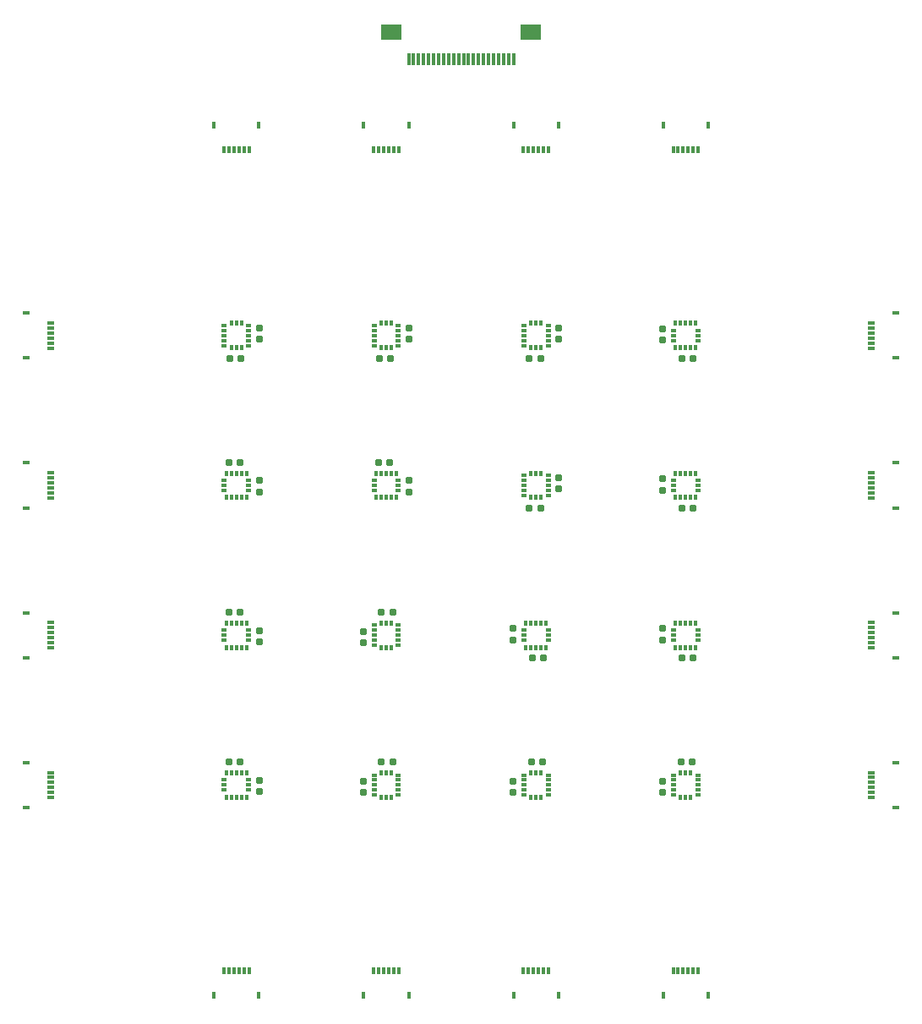
<source format=gbr>
%TF.GenerationSoftware,KiCad,Pcbnew,8.0.1-unknown-202403172319~81f55dfc9c~ubuntu22.04.1*%
%TF.CreationDate,2024-03-25T12:13:27+00:00*%
%TF.ProjectId,LIS3DH_array,4c495333-4448-45f6-9172-7261792e6b69,rev?*%
%TF.SameCoordinates,Original*%
%TF.FileFunction,Soldermask,Top*%
%TF.FilePolarity,Negative*%
%FSLAX46Y46*%
G04 Gerber Fmt 4.6, Leading zero omitted, Abs format (unit mm)*
G04 Created by KiCad (PCBNEW 8.0.1-unknown-202403172319~81f55dfc9c~ubuntu22.04.1) date 2024-03-25 12:13:27*
%MOMM*%
%LPD*%
G01*
G04 APERTURE LIST*
G04 Aperture macros list*
%AMRoundRect*
0 Rectangle with rounded corners*
0 $1 Rounding radius*
0 $2 $3 $4 $5 $6 $7 $8 $9 X,Y pos of 4 corners*
0 Add a 4 corners polygon primitive as box body*
4,1,4,$2,$3,$4,$5,$6,$7,$8,$9,$2,$3,0*
0 Add four circle primitives for the rounded corners*
1,1,$1+$1,$2,$3*
1,1,$1+$1,$4,$5*
1,1,$1+$1,$6,$7*
1,1,$1+$1,$8,$9*
0 Add four rect primitives between the rounded corners*
20,1,$1+$1,$2,$3,$4,$5,0*
20,1,$1+$1,$4,$5,$6,$7,0*
20,1,$1+$1,$6,$7,$8,$9,0*
20,1,$1+$1,$8,$9,$2,$3,0*%
G04 Aperture macros list end*
%ADD10RoundRect,0.087500X0.187500X0.087500X-0.187500X0.087500X-0.187500X-0.087500X0.187500X-0.087500X0*%
%ADD11RoundRect,0.087500X0.087500X0.187500X-0.087500X0.187500X-0.087500X-0.187500X0.087500X-0.187500X0*%
%ADD12R,0.800000X0.300000*%
%ADD13R,0.800000X0.400000*%
%ADD14RoundRect,0.155000X-0.155000X0.212500X-0.155000X-0.212500X0.155000X-0.212500X0.155000X0.212500X0*%
%ADD15RoundRect,0.155000X0.212500X0.155000X-0.212500X0.155000X-0.212500X-0.155000X0.212500X-0.155000X0*%
%ADD16R,0.300000X0.800000*%
%ADD17R,0.400000X0.800000*%
%ADD18RoundRect,0.087500X-0.187500X-0.087500X0.187500X-0.087500X0.187500X0.087500X-0.187500X0.087500X0*%
%ADD19RoundRect,0.087500X-0.087500X-0.187500X0.087500X-0.187500X0.087500X0.187500X-0.087500X0.187500X0*%
%ADD20RoundRect,0.087500X-0.087500X0.187500X-0.087500X-0.187500X0.087500X-0.187500X0.087500X0.187500X0*%
%ADD21RoundRect,0.087500X-0.187500X0.087500X-0.187500X-0.087500X0.187500X-0.087500X0.187500X0.087500X0*%
%ADD22RoundRect,0.087500X0.087500X-0.187500X0.087500X0.187500X-0.087500X0.187500X-0.087500X-0.187500X0*%
%ADD23RoundRect,0.087500X0.187500X-0.087500X0.187500X0.087500X-0.187500X0.087500X-0.187500X-0.087500X0*%
%ADD24RoundRect,0.155000X0.155000X-0.212500X0.155000X0.212500X-0.155000X0.212500X-0.155000X-0.212500X0*%
%ADD25RoundRect,0.155000X-0.212500X-0.155000X0.212500X-0.155000X0.212500X0.155000X-0.212500X0.155000X0*%
%ADD26R,0.300000X1.300000*%
%ADD27R,2.000000X1.600000*%
G04 APERTURE END LIST*
D10*
%TO.C,U7*%
X131225000Y-96000000D03*
X131225000Y-95500000D03*
X131225000Y-95000000D03*
X131225000Y-94500000D03*
X131225000Y-94000000D03*
D11*
X130500000Y-93775000D03*
X130000000Y-93775000D03*
X129500000Y-93775000D03*
D10*
X128775000Y-94000000D03*
X128775000Y-94500000D03*
X128775000Y-95000000D03*
X128775000Y-95500000D03*
X128775000Y-96000000D03*
D11*
X129500000Y-96225000D03*
X130000000Y-96225000D03*
X130500000Y-96225000D03*
%TD*%
D12*
%TO.C,FPC12*%
X163590000Y-111250000D03*
X163590000Y-110750000D03*
X163590000Y-110250000D03*
X163590000Y-109750000D03*
X163590000Y-109250000D03*
X163590000Y-108750000D03*
D13*
X166090000Y-107750000D03*
X166090000Y-112250000D03*
%TD*%
D14*
%TO.C,C22*%
X127700000Y-109332501D03*
X127700000Y-110467501D03*
%TD*%
%TO.C,C29*%
X127700000Y-124632500D03*
X127700000Y-125767500D03*
%TD*%
D15*
%TO.C,C20*%
X115667499Y-107700000D03*
X114532499Y-107700000D03*
%TD*%
D12*
%TO.C,FPC5*%
X81410000Y-93750000D03*
X81410000Y-94250000D03*
X81410000Y-94750000D03*
X81410000Y-95250000D03*
X81410000Y-95750000D03*
X81410000Y-96250000D03*
D13*
X78910000Y-97250000D03*
X78910000Y-92750000D03*
%TD*%
D14*
%TO.C,C31*%
X142700000Y-124632500D03*
X142700000Y-125767500D03*
%TD*%
%TO.C,C27*%
X112700000Y-124632500D03*
X112700000Y-125767500D03*
%TD*%
D16*
%TO.C,FPC14*%
X113750000Y-143590000D03*
X114250000Y-143590000D03*
X114750000Y-143590000D03*
X115250000Y-143590000D03*
X115750000Y-143590000D03*
X116250000Y-143590000D03*
D17*
X117250000Y-146090000D03*
X112750000Y-146090000D03*
%TD*%
D18*
%TO.C,U14*%
X113775000Y-124000000D03*
X113775000Y-124500000D03*
X113775000Y-125000000D03*
X113775000Y-125500000D03*
X113775000Y-126000000D03*
D19*
X114500000Y-126225000D03*
X115000000Y-126225000D03*
X115500000Y-126225000D03*
D18*
X116225000Y-126000000D03*
X116225000Y-125500000D03*
X116225000Y-125000000D03*
X116225000Y-124500000D03*
X116225000Y-124000000D03*
D19*
X115500000Y-123775000D03*
X115000000Y-123775000D03*
X114500000Y-123775000D03*
%TD*%
D20*
%TO.C,U13*%
X101000000Y-123775000D03*
X100500000Y-123775000D03*
X100000000Y-123775000D03*
X99500000Y-123775000D03*
X99000000Y-123775000D03*
D21*
X98775000Y-124500000D03*
X98775000Y-125000000D03*
X98775000Y-125500000D03*
D20*
X99000000Y-126225000D03*
X99500000Y-126225000D03*
X100000000Y-126225000D03*
X100500000Y-126225000D03*
X101000000Y-126225000D03*
D21*
X101225000Y-125500000D03*
X101225000Y-125000000D03*
X101225000Y-124500000D03*
%TD*%
D22*
%TO.C,U8*%
X144000000Y-96225000D03*
X144500000Y-96225000D03*
X145000000Y-96225000D03*
X145500000Y-96225000D03*
X146000000Y-96225000D03*
D23*
X146225000Y-95500000D03*
X146225000Y-95000000D03*
X146225000Y-94500000D03*
D22*
X146000000Y-93775000D03*
X145500000Y-93775000D03*
X145000000Y-93775000D03*
X144500000Y-93775000D03*
X144000000Y-93775000D03*
D23*
X143775000Y-94500000D03*
X143775000Y-95000000D03*
X143775000Y-95500000D03*
%TD*%
D18*
%TO.C,U16*%
X143775000Y-124000000D03*
X143775000Y-124500000D03*
X143775000Y-125000000D03*
X143775000Y-125500000D03*
X143775000Y-126000000D03*
D19*
X144500000Y-126225000D03*
X145000000Y-126225000D03*
X145500000Y-126225000D03*
D18*
X146225000Y-126000000D03*
X146225000Y-125500000D03*
X146225000Y-125000000D03*
X146225000Y-124500000D03*
X146225000Y-124000000D03*
D19*
X145500000Y-123775000D03*
X145000000Y-123775000D03*
X144500000Y-123775000D03*
%TD*%
D16*
%TO.C,FPC16*%
X143750000Y-143590000D03*
X144250000Y-143590000D03*
X144750000Y-143590000D03*
X145250000Y-143590000D03*
X145750000Y-143590000D03*
X146250000Y-143590000D03*
D17*
X147250000Y-146090000D03*
X142750000Y-146090000D03*
%TD*%
D15*
%TO.C,C32*%
X145667499Y-122700000D03*
X144532499Y-122700000D03*
%TD*%
D12*
%TO.C,FPC13*%
X81410000Y-123750000D03*
X81410000Y-124250000D03*
X81410000Y-124750000D03*
X81410000Y-125250000D03*
X81410000Y-125750000D03*
X81410000Y-126250000D03*
D13*
X78910000Y-127250000D03*
X78910000Y-122750000D03*
%TD*%
D12*
%TO.C,FPC8*%
X163590000Y-96250000D03*
X163590000Y-95750000D03*
X163590000Y-95250000D03*
X163590000Y-94750000D03*
X163590000Y-94250000D03*
X163590000Y-93750000D03*
D13*
X166090000Y-92750000D03*
X166090000Y-97250000D03*
%TD*%
D24*
%TO.C,C12*%
X117300000Y-95667499D03*
X117300000Y-94532499D03*
%TD*%
D25*
%TO.C,C6*%
X129332500Y-82300000D03*
X130467500Y-82300000D03*
%TD*%
%TO.C,C7*%
X144632500Y-82300000D03*
X145767500Y-82300000D03*
%TD*%
%TO.C,C23*%
X144632500Y-112300000D03*
X145767500Y-112300000D03*
%TD*%
D16*
%TO.C,FPC3*%
X131250000Y-61410000D03*
X130750000Y-61410000D03*
X130250000Y-61410000D03*
X129750000Y-61410000D03*
X129250000Y-61410000D03*
X128750000Y-61410000D03*
D17*
X127750000Y-58910000D03*
X132250000Y-58910000D03*
%TD*%
D12*
%TO.C,FPC4*%
X163590000Y-81250000D03*
X163590000Y-80750000D03*
X163590000Y-80250000D03*
X163590000Y-79750000D03*
X163590000Y-79250000D03*
X163590000Y-78750000D03*
D13*
X166090000Y-77750000D03*
X166090000Y-82250000D03*
%TD*%
D25*
%TO.C,C14*%
X129332500Y-97300000D03*
X130467500Y-97300000D03*
%TD*%
D26*
%TO.C,FPC17*%
X117250000Y-52287500D03*
X117750000Y-52287500D03*
X118250000Y-52287500D03*
X118750000Y-52287500D03*
X119250000Y-52287500D03*
X119750000Y-52287500D03*
X120250000Y-52287500D03*
X120750000Y-52287500D03*
X121250000Y-52287500D03*
X121750000Y-52287500D03*
X122250000Y-52287500D03*
X122750000Y-52287500D03*
X123250000Y-52287500D03*
X123750000Y-52287500D03*
X124250000Y-52287500D03*
X124750000Y-52287500D03*
X125250000Y-52287500D03*
X125750000Y-52287500D03*
X126250000Y-52287500D03*
X126750000Y-52287500D03*
X127250000Y-52287500D03*
X127750000Y-52287500D03*
D27*
X129450000Y-49607500D03*
X115550000Y-49607500D03*
%TD*%
D22*
%TO.C,U11*%
X129000000Y-111225000D03*
X129500000Y-111225000D03*
X130000000Y-111225000D03*
X130500000Y-111225000D03*
X131000000Y-111225000D03*
D23*
X131225000Y-110500000D03*
X131225000Y-110000000D03*
X131225000Y-109500000D03*
D22*
X131000000Y-108775000D03*
X130500000Y-108775000D03*
X130000000Y-108775000D03*
X129500000Y-108775000D03*
X129000000Y-108775000D03*
D23*
X128775000Y-109500000D03*
X128775000Y-110000000D03*
X128775000Y-110500000D03*
%TD*%
D14*
%TO.C,C19*%
X112700000Y-109632500D03*
X112700000Y-110767500D03*
%TD*%
D15*
%TO.C,C11*%
X115367500Y-92700000D03*
X114232500Y-92700000D03*
%TD*%
%TO.C,C28*%
X115667499Y-122700000D03*
X114532499Y-122700000D03*
%TD*%
D10*
%TO.C,U3*%
X131225000Y-81000000D03*
X131225000Y-80500000D03*
X131225000Y-80000000D03*
X131225000Y-79500000D03*
X131225000Y-79000000D03*
D11*
X130500000Y-78775000D03*
X130000000Y-78775000D03*
X129500000Y-78775000D03*
D10*
X128775000Y-79000000D03*
X128775000Y-79500000D03*
X128775000Y-80000000D03*
X128775000Y-80500000D03*
X128775000Y-81000000D03*
D11*
X129500000Y-81225000D03*
X130000000Y-81225000D03*
X130500000Y-81225000D03*
%TD*%
D14*
%TO.C,C8*%
X142700000Y-79332501D03*
X142700000Y-80467501D03*
%TD*%
D24*
%TO.C,C13*%
X132300000Y-95367500D03*
X132300000Y-94232500D03*
%TD*%
D25*
%TO.C,C4*%
X114332500Y-82300000D03*
X115467500Y-82300000D03*
%TD*%
D16*
%TO.C,FPC1*%
X101250000Y-61410000D03*
X100750000Y-61410000D03*
X100250000Y-61410000D03*
X99750000Y-61410000D03*
X99250000Y-61410000D03*
X98750000Y-61410000D03*
D17*
X97750000Y-58910000D03*
X102250000Y-58910000D03*
%TD*%
D12*
%TO.C,FPC11*%
X163590000Y-126250000D03*
X163590000Y-125750000D03*
X163590000Y-125250000D03*
X163590000Y-124750000D03*
X163590000Y-124250000D03*
X163590000Y-123750000D03*
D13*
X166090000Y-122750000D03*
X166090000Y-127250000D03*
%TD*%
D24*
%TO.C,C1*%
X102300000Y-80367500D03*
X102300000Y-79232500D03*
%TD*%
%TO.C,C3*%
X117300000Y-80367500D03*
X117300000Y-79232500D03*
%TD*%
%TO.C,C5*%
X132300000Y-80367500D03*
X132300000Y-79232500D03*
%TD*%
D20*
%TO.C,U5*%
X101000000Y-93775000D03*
X100500000Y-93775000D03*
X100000000Y-93775000D03*
X99500000Y-93775000D03*
X99000000Y-93775000D03*
D21*
X98775000Y-94500000D03*
X98775000Y-95000000D03*
X98775000Y-95500000D03*
D20*
X99000000Y-96225000D03*
X99500000Y-96225000D03*
X100000000Y-96225000D03*
X100500000Y-96225000D03*
X101000000Y-96225000D03*
D21*
X101225000Y-95500000D03*
X101225000Y-95000000D03*
X101225000Y-94500000D03*
%TD*%
D20*
%TO.C,U6*%
X116000000Y-93775000D03*
X115500000Y-93775000D03*
X115000000Y-93775000D03*
X114500000Y-93775000D03*
X114000000Y-93775000D03*
D21*
X113775000Y-94500000D03*
X113775000Y-95000000D03*
X113775000Y-95500000D03*
D20*
X114000000Y-96225000D03*
X114500000Y-96225000D03*
X115000000Y-96225000D03*
X115500000Y-96225000D03*
X116000000Y-96225000D03*
D21*
X116225000Y-95500000D03*
X116225000Y-95000000D03*
X116225000Y-94500000D03*
%TD*%
D16*
%TO.C,FPC15*%
X128750000Y-143590000D03*
X129250000Y-143590000D03*
X129750000Y-143590000D03*
X130250000Y-143590000D03*
X130750000Y-143590000D03*
X131250000Y-143590000D03*
D17*
X132250000Y-146090000D03*
X127750000Y-146090000D03*
%TD*%
D24*
%TO.C,C26*%
X102300000Y-125667499D03*
X102300000Y-124532499D03*
%TD*%
D15*
%TO.C,C25*%
X100367500Y-122700000D03*
X99232500Y-122700000D03*
%TD*%
D24*
%TO.C,C18*%
X102300000Y-110667499D03*
X102300000Y-109532499D03*
%TD*%
D18*
%TO.C,U15*%
X128775000Y-124000000D03*
X128775000Y-124500000D03*
X128775000Y-125000000D03*
X128775000Y-125500000D03*
X128775000Y-126000000D03*
D19*
X129500000Y-126225000D03*
X130000000Y-126225000D03*
X130500000Y-126225000D03*
D18*
X131225000Y-126000000D03*
X131225000Y-125500000D03*
X131225000Y-125000000D03*
X131225000Y-124500000D03*
X131225000Y-124000000D03*
D19*
X130500000Y-123775000D03*
X130000000Y-123775000D03*
X129500000Y-123775000D03*
%TD*%
D22*
%TO.C,U4*%
X144000000Y-81225000D03*
X144500000Y-81225000D03*
X145000000Y-81225000D03*
X145500000Y-81225000D03*
X146000000Y-81225000D03*
D23*
X146225000Y-80500000D03*
X146225000Y-80000000D03*
X146225000Y-79500000D03*
D22*
X146000000Y-78775000D03*
X145500000Y-78775000D03*
X145000000Y-78775000D03*
X144500000Y-78775000D03*
X144000000Y-78775000D03*
D23*
X143775000Y-79500000D03*
X143775000Y-80000000D03*
X143775000Y-80500000D03*
%TD*%
D16*
%TO.C,FPC7*%
X146250000Y-61410000D03*
X145750000Y-61410000D03*
X145250000Y-61410000D03*
X144750000Y-61410000D03*
X144250000Y-61410000D03*
X143750000Y-61410000D03*
D17*
X142750000Y-58910000D03*
X147250000Y-58910000D03*
%TD*%
D16*
%TO.C,FPC10*%
X98750000Y-143590000D03*
X99250000Y-143590000D03*
X99750000Y-143590000D03*
X100250000Y-143590000D03*
X100750000Y-143590000D03*
X101250000Y-143590000D03*
D17*
X102250000Y-146090000D03*
X97750000Y-146090000D03*
%TD*%
D15*
%TO.C,C17*%
X100367500Y-107700000D03*
X99232500Y-107700000D03*
%TD*%
D10*
%TO.C,U2*%
X116225000Y-81000000D03*
X116225000Y-80500000D03*
X116225000Y-80000000D03*
X116225000Y-79500000D03*
X116225000Y-79000000D03*
D11*
X115500000Y-78775000D03*
X115000000Y-78775000D03*
X114500000Y-78775000D03*
D10*
X113775000Y-79000000D03*
X113775000Y-79500000D03*
X113775000Y-80000000D03*
X113775000Y-80500000D03*
X113775000Y-81000000D03*
D11*
X114500000Y-81225000D03*
X115000000Y-81225000D03*
X115500000Y-81225000D03*
%TD*%
D15*
%TO.C,C9*%
X100367500Y-92700000D03*
X99232500Y-92700000D03*
%TD*%
D22*
%TO.C,U12*%
X144000000Y-111225000D03*
X144500000Y-111225000D03*
X145000000Y-111225000D03*
X145500000Y-111225000D03*
X146000000Y-111225000D03*
D23*
X146225000Y-110500000D03*
X146225000Y-110000000D03*
X146225000Y-109500000D03*
D22*
X146000000Y-108775000D03*
X145500000Y-108775000D03*
X145000000Y-108775000D03*
X144500000Y-108775000D03*
X144000000Y-108775000D03*
D23*
X143775000Y-109500000D03*
X143775000Y-110000000D03*
X143775000Y-110500000D03*
%TD*%
D14*
%TO.C,C24*%
X142700000Y-109332501D03*
X142700000Y-110467501D03*
%TD*%
D18*
%TO.C,U10*%
X113775000Y-109000000D03*
X113775000Y-109500000D03*
X113775000Y-110000000D03*
X113775000Y-110500000D03*
X113775000Y-111000000D03*
D19*
X114500000Y-111225000D03*
X115000000Y-111225000D03*
X115500000Y-111225000D03*
D18*
X116225000Y-111000000D03*
X116225000Y-110500000D03*
X116225000Y-110000000D03*
X116225000Y-109500000D03*
X116225000Y-109000000D03*
D19*
X115500000Y-108775000D03*
X115000000Y-108775000D03*
X114500000Y-108775000D03*
%TD*%
D20*
%TO.C,U9*%
X101000000Y-108775000D03*
X100500000Y-108775000D03*
X100000000Y-108775000D03*
X99500000Y-108775000D03*
X99000000Y-108775000D03*
D21*
X98775000Y-109500000D03*
X98775000Y-110000000D03*
X98775000Y-110500000D03*
D20*
X99000000Y-111225000D03*
X99500000Y-111225000D03*
X100000000Y-111225000D03*
X100500000Y-111225000D03*
X101000000Y-111225000D03*
D21*
X101225000Y-110500000D03*
X101225000Y-110000000D03*
X101225000Y-109500000D03*
%TD*%
D12*
%TO.C,FPC6*%
X81410000Y-78750000D03*
X81410000Y-79250000D03*
X81410000Y-79750000D03*
X81410000Y-80250000D03*
X81410000Y-80750000D03*
X81410000Y-81250000D03*
D13*
X78910000Y-82250000D03*
X78910000Y-77750000D03*
%TD*%
D25*
%TO.C,C15*%
X144632500Y-97300000D03*
X145767500Y-97300000D03*
%TD*%
D24*
%TO.C,C10*%
X102300000Y-95667499D03*
X102300000Y-94532499D03*
%TD*%
D25*
%TO.C,C21*%
X129632500Y-112300000D03*
X130767500Y-112300000D03*
%TD*%
D14*
%TO.C,C16*%
X142700000Y-94332501D03*
X142700000Y-95467501D03*
%TD*%
D15*
%TO.C,C30*%
X130667499Y-122700000D03*
X129532499Y-122700000D03*
%TD*%
D16*
%TO.C,FPC2*%
X116250000Y-61410000D03*
X115750000Y-61410000D03*
X115250000Y-61410000D03*
X114750000Y-61410000D03*
X114250000Y-61410000D03*
X113750000Y-61410000D03*
D17*
X112750000Y-58910000D03*
X117250000Y-58910000D03*
%TD*%
D12*
%TO.C,FPC9*%
X81410000Y-108750000D03*
X81410000Y-109250000D03*
X81410000Y-109750000D03*
X81410000Y-110250000D03*
X81410000Y-110750000D03*
X81410000Y-111250000D03*
D13*
X78910000Y-112250000D03*
X78910000Y-107750000D03*
%TD*%
D25*
%TO.C,C2*%
X99332500Y-82300000D03*
X100467500Y-82300000D03*
%TD*%
D10*
%TO.C,U1*%
X101225000Y-81000000D03*
X101225000Y-80500000D03*
X101225000Y-80000000D03*
X101225000Y-79500000D03*
X101225000Y-79000000D03*
D11*
X100500000Y-78775000D03*
X100000000Y-78775000D03*
X99500000Y-78775000D03*
D10*
X98775000Y-79000000D03*
X98775000Y-79500000D03*
X98775000Y-80000000D03*
X98775000Y-80500000D03*
X98775000Y-81000000D03*
D11*
X99500000Y-81225000D03*
X100000000Y-81225000D03*
X100500000Y-81225000D03*
%TD*%
M02*

</source>
